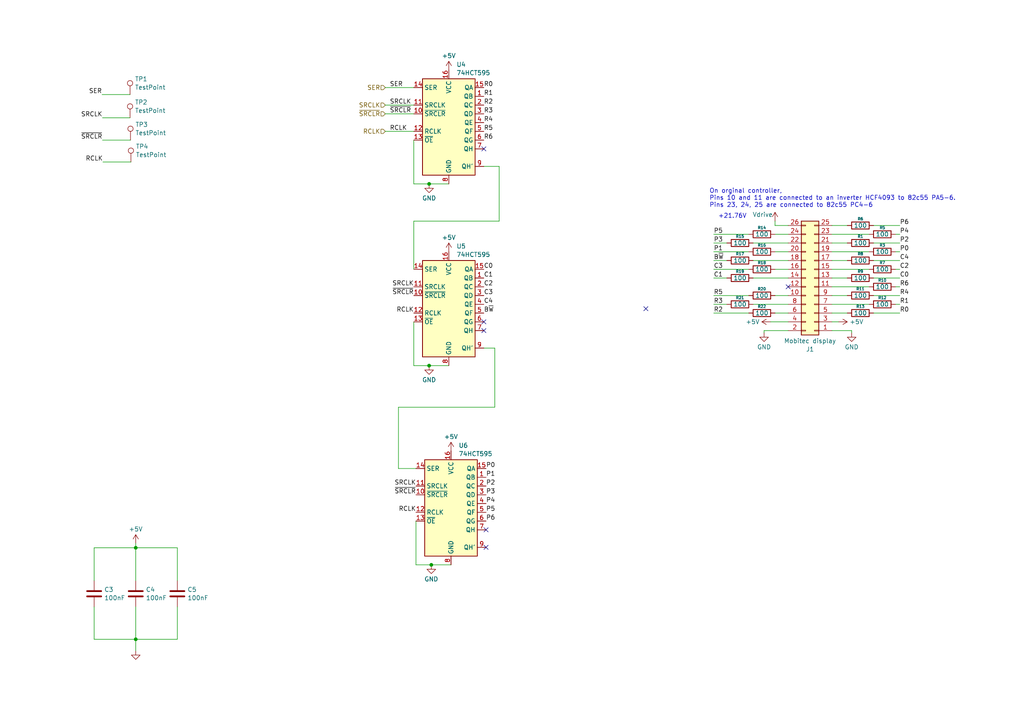
<source format=kicad_sch>
(kicad_sch (version 20230121) (generator eeschema)
  (paper "A4")
  (title_block (title "Panel outputs"))
  (lib_symbols
    (symbol "+5V_2" (power) (pin_names (offset 0))
      (property "Value" "+5V_2" (at 0 3.556 0))
      (symbol "+5V_2_0_1"
        (polyline (pts (xy -0.762 1.27) (xy 0 2.54)))
        (polyline (pts (xy 0 0) (xy 0 2.54)))
        (polyline (pts (xy 0 2.54) (xy 0.762 1.27)))
      )
      (symbol "+5V_2_1_1"
        (pin power_in line (at 0 0 90) (length 0) hide (name "+5V") (number "1"))
      )
    )
    (symbol "+5V_3" (power) (pin_names (offset 0))
      (property "Value" "+5V_3" (at 0 3.556 0))
      (symbol "+5V_3_0_1"
        (polyline (pts (xy -0.762 1.27) (xy 0 2.54)))
        (polyline (pts (xy 0 0) (xy 0 2.54)))
        (polyline (pts (xy 0 2.54) (xy 0.762 1.27)))
      )
      (symbol "+5V_3_1_1"
        (pin power_in line (at 0 0 90) (length 0) hide (name "+5V") (number "1"))
      )
    )
    (symbol "+5V_4" (power) (pin_names (offset 0))
      (property "Value" "+5V_4" (at 0 3.556 0))
      (symbol "+5V_4_0_1"
        (polyline (pts (xy -0.762 1.27) (xy 0 2.54)))
        (polyline (pts (xy 0 0) (xy 0 2.54)))
        (polyline (pts (xy 0 2.54) (xy 0.762 1.27)))
      )
      (symbol "+5V_4_1_1"
        (pin power_in line (at 0 0 90) (length 0) hide (name "+5V") (number "1"))
      )
    )
    (symbol "74xx:74HC595"
      (property "Reference" "U" (at -7.62 13.97 0))
      (property "Value" "74HC595" (at -7.62 -16.51 0))
      (symbol "74HC595_1_0"
        (pin tri_state line (at 10.16 7.62 180) (length 2.54) (name "QB") (number "1"))
        (pin input line (at -10.16 2.54 0) (length 2.54) (name "~{SRCLR}") (number "10"))
        (pin input line (at -10.16 5.08 0) (length 2.54) (name "SRCLK") (number "11"))
        (pin input line (at -10.16 -2.54 0) (length 2.54) (name "RCLK") (number "12"))
        (pin input line (at -10.16 -5.08 0) (length 2.54) (name "~{OE}") (number "13"))
        (pin input line (at -10.16 10.16 0) (length 2.54) (name "SER") (number "14"))
        (pin tri_state line (at 10.16 10.16 180) (length 2.54) (name "QA") (number "15"))
        (pin power_in line (at 0 15.24 270) (length 2.54) (name "VCC") (number "16"))
        (pin tri_state line (at 10.16 5.08 180) (length 2.54) (name "QC") (number "2"))
        (pin tri_state line (at 10.16 2.54 180) (length 2.54) (name "QD") (number "3"))
        (pin tri_state line (at 10.16 0 180) (length 2.54) (name "QE") (number "4"))
        (pin tri_state line (at 10.16 -2.54 180) (length 2.54) (name "QF") (number "5"))
        (pin tri_state line (at 10.16 -5.08 180) (length 2.54) (name "QG") (number "6"))
        (pin tri_state line (at 10.16 -7.62 180) (length 2.54) (name "QH") (number "7"))
        (pin power_in line (at 0 -17.78 90) (length 2.54) (name "GND") (number "8"))
        (pin output line (at 10.16 -12.7 180) (length 2.54) (name "QH'") (number "9"))
      )
      (symbol "74HC595_1_1"
        (rectangle (start -7.62 12.7) (end 7.62 -15.24) (stroke (width 0.254)) (fill (type background)))
      )
    )
    (symbol "Connector:TestPoint" (pin_numbers hide) (pin_names (offset 0.762) hide)
      (property "Reference" "TP" (at 0 6.858 0))
      (property "Value" "TestPoint" (at 0 5.08 0))
      (symbol "TestPoint_0_1"
        (circle (center 0 3.302) (radius 0.762))
      )
      (symbol "TestPoint_1_1"
        (pin passive line (at 0 0 90) (length 2.54) (name "1") (number "1"))
      )
    )
    (symbol "Connector_Generic:Conn_02x13_Odd_Even" (pin_names (offset 1.016) hide)
      (property "Reference" "J" (at 1.27 17.78 0))
      (property "Value" "Conn_02x13_Odd_Even" (at 1.27 -17.78 0))
      (symbol "Conn_02x13_Odd_Even_1_1"
        (rectangle (start -1.27 -15.113) (end 0 -15.367) (stroke (width 0.1524)))
        (rectangle (start -1.27 -12.573) (end 0 -12.827) (stroke (width 0.1524)))
        (rectangle (start -1.27 -10.033) (end 0 -10.287) (stroke (width 0.1524)))
        (rectangle (start -1.27 -7.493) (end 0 -7.747) (stroke (width 0.1524)))
        (rectangle (start -1.27 -4.953) (end 0 -5.207) (stroke (width 0.1524)))
        (rectangle (start -1.27 -2.413) (end 0 -2.667) (stroke (width 0.1524)))
        (rectangle (start -1.27 0.127) (end 0 -0.127) (stroke (width 0.1524)))
        (rectangle (start -1.27 2.667) (end 0 2.413) (stroke (width 0.1524)))
        (rectangle (start -1.27 5.207) (end 0 4.953) (stroke (width 0.1524)))
        (rectangle (start -1.27 7.747) (end 0 7.493) (stroke (width 0.1524)))
        (rectangle (start -1.27 10.287) (end 0 10.033) (stroke (width 0.1524)))
        (rectangle (start -1.27 12.827) (end 0 12.573) (stroke (width 0.1524)))
        (rectangle (start -1.27 15.367) (end 0 15.113) (stroke (width 0.1524)))
        (rectangle (start -1.27 16.51) (end 3.81 -16.51) (stroke (width 0.254)) (fill (type background)))
        (rectangle (start 3.81 -15.113) (end 2.54 -15.367) (stroke (width 0.1524)))
        (rectangle (start 3.81 -12.573) (end 2.54 -12.827) (stroke (width 0.1524)))
        (rectangle (start 3.81 -10.033) (end 2.54 -10.287) (stroke (width 0.1524)))
        (rectangle (start 3.81 -7.493) (end 2.54 -7.747) (stroke (width 0.1524)))
        (rectangle (start 3.81 -4.953) (end 2.54 -5.207) (stroke (width 0.1524)))
        (rectangle (start 3.81 -2.413) (end 2.54 -2.667) (stroke (width 0.1524)))
        (rectangle (start 3.81 0.127) (end 2.54 -0.127) (stroke (width 0.1524)))
        (rectangle (start 3.81 2.667) (end 2.54 2.413) (stroke (width 0.1524)))
        (rectangle (start 3.81 5.207) (end 2.54 4.953) (stroke (width 0.1524)))
        (rectangle (start 3.81 7.747) (end 2.54 7.493) (stroke (width 0.1524)))
        (rectangle (start 3.81 10.287) (end 2.54 10.033) (stroke (width 0.1524)))
        (rectangle (start 3.81 12.827) (end 2.54 12.573) (stroke (width 0.1524)))
        (rectangle (start 3.81 15.367) (end 2.54 15.113) (stroke (width 0.1524)))
        (pin passive line (at -5.08 15.24 0) (length 3.81) (name "Pin_1") (number "1"))
        (pin passive line (at 7.62 5.08 180) (length 3.81) (name "Pin_10") (number "10"))
        (pin passive line (at -5.08 2.54 0) (length 3.81) (name "Pin_11") (number "11"))
        (pin passive line (at 7.62 2.54 180) (length 3.81) (name "Pin_12") (number "12"))
        (pin passive line (at -5.08 0 0) (length 3.81) (name "Pin_13") (number "13"))
        (pin passive line (at 7.62 0 180) (length 3.81) (name "Pin_14") (number "14"))
        (pin passive line (at -5.08 -2.54 0) (length 3.81) (name "Pin_15") (number "15"))
        (pin passive line (at 7.62 -2.54 180) (length 3.81) (name "Pin_16") (number "16"))
        (pin passive line (at -5.08 -5.08 0) (length 3.81) (name "Pin_17") (number "17"))
        (pin passive line (at 7.62 -5.08 180) (length 3.81) (name "Pin_18") (number "18"))
        (pin passive line (at -5.08 -7.62 0) (length 3.81) (name "Pin_19") (number "19"))
        (pin passive line (at 7.62 15.24 180) (length 3.81) (name "Pin_2") (number "2"))
        (pin passive line (at 7.62 -7.62 180) (length 3.81) (name "Pin_20") (number "20"))
        (pin passive line (at -5.08 -10.16 0) (length 3.81) (name "Pin_21") (number "21"))
        (pin passive line (at 7.62 -10.16 180) (length 3.81) (name "Pin_22") (number "22"))
        (pin passive line (at -5.08 -12.7 0) (length 3.81) (name "Pin_23") (number "23"))
        (pin passive line (at 7.62 -12.7 180) (length 3.81) (name "Pin_24") (number "24"))
        (pin passive line (at -5.08 -15.24 0) (length 3.81) (name "Pin_25") (number "25"))
        (pin passive line (at 7.62 -15.24 180) (length 3.81) (name "Pin_26") (number "26"))
        (pin passive line (at -5.08 12.7 0) (length 3.81) (name "Pin_3") (number "3"))
        (pin passive line (at 7.62 12.7 180) (length 3.81) (name "Pin_4") (number "4"))
        (pin passive line (at -5.08 10.16 0) (length 3.81) (name "Pin_5") (number "5"))
        (pin passive line (at 7.62 10.16 180) (length 3.81) (name "Pin_6") (number "6"))
        (pin passive line (at -5.08 7.62 0) (length 3.81) (name "Pin_7") (number "7"))
        (pin passive line (at 7.62 7.62 180) (length 3.81) (name "Pin_8") (number "8"))
        (pin passive line (at -5.08 5.08 0) (length 3.81) (name "Pin_9") (number "9"))
      )
    )
    (symbol "Device:C" (pin_numbers hide) (pin_names (offset 0.254))
      (property "Reference" "C" (at 0.635 2.54 0))
      (property "Value" "C" (at 0.635 -2.54 0))
      (symbol "C_0_1"
        (polyline (pts (xy -2.032 -0.762) (xy 2.032 -0.762)) (stroke (width 0.508)))
        (polyline (pts (xy -2.032 0.762) (xy 2.032 0.762)) (stroke (width 0.508)))
      )
      (symbol "C_1_1"
        (pin passive line (at 0 3.81 270) (length 2.794) (name "~") (number "1"))
        (pin passive line (at 0 -3.81 90) (length 2.794) (name "~") (number "2"))
      )
    )
    (symbol "Device:R" (pin_numbers hide) (pin_names (offset 0))
      (property "Reference" "R" (at 2.032 0 90))
      (property "Value" "R" (at 0 0 90))
      (symbol "R_0_1"
        (rectangle (start -1.016 -2.54) (end 1.016 2.54) (stroke (width 0.254)))
      )
      (symbol "R_1_1"
        (pin passive line (at 0 3.81 270) (length 1.27) (name "~") (number "1"))
        (pin passive line (at 0 -3.81 90) (length 1.27) (name "~") (number "2"))
      )
    )
    (symbol "GND_4" (power) (pin_names (offset 0))
      (property "Value" "GND_4" (at 0 -3.81 0))
      (symbol "GND_4_0_1"
        (polyline (pts (xy 0 0) (xy 0 -1.27) (xy 1.27 -1.27) (xy 0 -2.54) (xy -1.27 -1.27) (xy 0 -1.27)))
      )
      (symbol "GND_4_1_1"
        (pin power_in line (at 0 0 270) (length 0) hide (name "GND") (number "1"))
      )
    )
    (symbol "GND_7" (power) (pin_names (offset 0))
      (property "Value" "GND_7" (at 0 -3.81 0))
      (symbol "GND_7_0_1"
        (polyline (pts (xy 0 0) (xy 0 -1.27) (xy 1.27 -1.27) (xy 0 -2.54) (xy -1.27 -1.27) (xy 0 -1.27)))
      )
      (symbol "GND_7_1_1"
        (pin power_in line (at 0 0 270) (length 0) hide (name "GND") (number "1"))
      )
    )
    (symbol "power:GND" (power) (pin_names (offset 0))
      (property "Value" "GND" (at 0 -3.81 0))
      (symbol "GND_0_1"
        (polyline (pts (xy 0 0) (xy 0 -1.27) (xy 1.27 -1.27) (xy 0 -2.54) (xy -1.27 -1.27) (xy 0 -1.27)))
      )
      (symbol "GND_1_1"
        (pin power_in line (at 0 0 270) (length 0) hide (name "GND") (number "1"))
      )
    )
    (symbol "power:Vdrive" (power) (pin_names (offset 0))
      (property "Value" "Vdrive" (at 0 3.81 0))
      (symbol "Vdrive_0_1"
        (polyline (pts (xy -0.762 1.27) (xy 0 2.54)))
        (polyline (pts (xy 0 0) (xy 0 2.54)))
        (polyline (pts (xy 0 2.54) (xy 0.762 1.27)))
      )
      (symbol "Vdrive_1_1"
        (pin power_in line (at 0 0 90) (length 0) hide (name "Vdrive") (number "1"))
      )
    )
  )
  (junction (at 124.46 53.34))
  (junction (at 39.37 158.877))
  (junction (at 124.46 106.045))
  (junction (at 125.095 163.83))
  (junction (at 39.37 185.42))
  (no_connect (at 140.335 95.885))
  (no_connect (at 140.97 158.75))
  (no_connect (at 140.335 93.345))
  (no_connect (at 228.6 83.185))
  (no_connect (at 187.325 89.535))
  (no_connect (at 140.335 43.18))
  (no_connect (at 140.97 153.67))
  (wire (pts (xy 253.365 65.405) (xy 260.985 65.405)))
  (wire (pts (xy 228.6 95.885) (xy 221.615 95.885)))
  (wire (pts (xy 39.37 158.877) (xy 39.37 168.402)))
  (wire (pts (xy 224.79 65.405) (xy 228.6 65.405)))
  (wire (pts (xy 241.3 78.105) (xy 252.095 78.105)))
  (wire (pts (xy 241.3 83.185) (xy 252.095 83.185)))
  (wire (pts (xy 207.01 70.485) (xy 210.82 70.485)))
  (wire (pts (xy 241.3 80.645) (xy 245.745 80.645)))
  (wire (pts (xy 224.79 78.105) (xy 228.6 78.105)))
  (wire (pts (xy 143.51 100.965) (xy 143.51 118.11)))
  (wire (pts (xy 207.01 90.805) (xy 217.17 90.805)))
  (wire (pts (xy 39.37 188.722) (xy 39.37 185.42)))
  (wire (pts (xy 120.015 40.64) (xy 120.015 53.34)))
  (wire (pts (xy 143.51 118.11) (xy 115.57 118.11)))
  (wire (pts (xy 207.01 67.945) (xy 217.17 67.945)))
  (wire (pts (xy 207.01 88.265) (xy 210.82 88.265)))
  (wire (pts (xy 111.76 25.4) (xy 120.015 25.4)))
  (wire (pts (xy 124.46 53.34) (xy 130.175 53.34)))
  (wire (pts (xy 120.65 163.83) (xy 125.095 163.83)))
  (wire (pts (xy 27.305 158.877) (xy 39.37 158.877)))
  (wire (pts (xy 241.3 85.725) (xy 245.745 85.725)))
  (wire (pts (xy 241.3 67.945) (xy 252.095 67.945)))
  (wire (pts (xy 218.44 88.265) (xy 228.6 88.265)))
  (wire (pts (xy 241.3 88.265) (xy 252.095 88.265)))
  (wire (pts (xy 120.015 64.135) (xy 144.78 64.135)))
  (wire (pts (xy 39.37 158.877) (xy 51.435 158.877)))
  (wire (pts (xy 115.57 118.11) (xy 115.57 135.89)))
  (wire (pts (xy 241.3 65.405) (xy 245.745 65.405)))
  (wire (pts (xy 259.715 78.105) (xy 260.985 78.105)))
  (wire (pts (xy 241.3 90.805) (xy 245.745 90.805)))
  (wire (pts (xy 120.015 78.105) (xy 120.015 64.135)))
  (wire (pts (xy 253.365 70.485) (xy 260.985 70.485)))
  (wire (pts (xy 241.3 93.345) (xy 243.205 93.345)))
  (wire (pts (xy 207.01 75.565) (xy 210.82 75.565)))
  (wire (pts (xy 120.015 106.045) (xy 124.46 106.045)))
  (wire (pts (xy 207.01 85.725) (xy 217.17 85.725)))
  (wire (pts (xy 111.76 30.48) (xy 120.015 30.48)))
  (wire (pts (xy 144.78 48.26) (xy 140.335 48.26)))
  (wire (pts (xy 247.015 95.885) (xy 247.015 96.52)))
  (wire (pts (xy 241.3 95.885) (xy 247.015 95.885)))
  (wire (pts (xy 253.365 85.725) (xy 260.985 85.725)))
  (wire (pts (xy 120.015 53.34) (xy 124.46 53.34)))
  (wire (pts (xy 253.365 90.805) (xy 260.985 90.805)))
  (wire (pts (xy 120.65 151.13) (xy 120.65 163.83)))
  (wire (pts (xy 207.01 73.025) (xy 217.17 73.025)))
  (wire (pts (xy 207.01 80.645) (xy 210.82 80.645)))
  (wire (pts (xy 259.715 67.945) (xy 260.985 67.945)))
  (wire (pts (xy 115.57 135.89) (xy 120.65 135.89)))
  (wire (pts (xy 224.79 67.945) (xy 228.6 67.945)))
  (wire (pts (xy 224.79 85.725) (xy 228.6 85.725)))
  (wire (pts (xy 259.715 83.185) (xy 260.985 83.185)))
  (wire (pts (xy 120.015 93.345) (xy 120.015 106.045)))
  (wire (pts (xy 241.3 73.025) (xy 252.095 73.025)))
  (wire (pts (xy 224.79 64.135) (xy 224.79 65.405)))
  (wire (pts (xy 29.845 46.99) (xy 37.973 46.99)))
  (wire (pts (xy 259.715 73.025) (xy 260.985 73.025)))
  (wire (pts (xy 27.305 158.877) (xy 27.305 168.402)))
  (wire (pts (xy 241.3 70.485) (xy 245.745 70.485)))
  (wire (pts (xy 259.715 88.265) (xy 260.985 88.265)))
  (wire (pts (xy 224.79 90.805) (xy 228.6 90.805)))
  (wire (pts (xy 29.718 34.163) (xy 37.719 34.163)))
  (wire (pts (xy 29.591 27.432) (xy 37.719 27.432)))
  (wire (pts (xy 140.335 100.965) (xy 143.51 100.965)))
  (wire (pts (xy 27.305 185.42) (xy 39.37 185.42)))
  (wire (pts (xy 39.37 158.877) (xy 39.37 157.607)))
  (wire (pts (xy 223.52 93.345) (xy 228.6 93.345)))
  (wire (pts (xy 221.615 95.885) (xy 221.615 96.52)))
  (wire (pts (xy 111.76 33.02) (xy 120.015 33.02)))
  (wire (pts (xy 218.44 80.645) (xy 228.6 80.645)))
  (wire (pts (xy 253.365 75.565) (xy 260.985 75.565)))
  (wire (pts (xy 218.44 75.565) (xy 228.6 75.565)))
  (wire (pts (xy 144.78 64.135) (xy 144.78 48.26)))
  (wire (pts (xy 51.435 158.877) (xy 51.435 168.402)))
  (wire (pts (xy 27.305 176.022) (xy 27.305 185.42)))
  (wire (pts (xy 253.365 80.645) (xy 260.985 80.645)))
  (wire (pts (xy 124.46 106.045) (xy 130.175 106.045)))
  (wire (pts (xy 207.01 78.105) (xy 217.17 78.105)))
  (wire (pts (xy 39.37 176.022) (xy 39.37 185.42)))
  (wire (pts (xy 51.435 176.022) (xy 51.435 185.42)))
  (wire (pts (xy 218.44 70.485) (xy 228.6 70.485)))
  (wire (pts (xy 111.76 38.1) (xy 120.015 38.1)))
  (wire (pts (xy 51.435 185.42) (xy 39.37 185.42)))
  (wire (pts (xy 224.79 73.025) (xy 228.6 73.025)))
  (wire (pts (xy 29.718 40.64) (xy 37.846 40.64)))
  (wire (pts (xy 125.095 163.83) (xy 130.81 163.83)))
  (wire (pts (xy 241.3 75.565) (xy 245.745 75.565)))
  (text "On orginal controller,\nPins 10 and 11 are connected to an inverter HCF4093 to 82c55 PA5-6.\nPins 23, 24, 25 are connected to 82c55 PC4-6" (at 205.74 60.325 0) (effects (font (size 1.27 1.27)) (justify left bottom)))
  (text "+21.76V" (at 208.28 63.5 0) (effects (font (size 1.27 1.27)) (justify left bottom)))
  (label "SER" (at 113.03 25.4 0))
  (label "R5" (at 140.335 38.1 0))
  (label "C3" (at 207.01 78.105 0))
  (label "C3" (at 140.335 85.725 0))
  (label "SER" (at 29.591 27.432 180))
  (label "P1" (at 140.97 138.43 0))
  (label "B~{W}" (at 140.335 90.805 0))
  (label "SRCLK" (at 29.718 34.163 180))
  (label "RCLK" (at 29.845 46.99 180))
  (label "P6" (at 260.985 65.405 0))
  (label "R1" (at 140.335 27.94 0))
  (label "C2" (at 140.335 83.185 0))
  (label "R0" (at 260.985 90.805 0))
  (label "R4" (at 140.335 35.56 0))
  (label "P3" (at 140.97 143.51 0))
  (label "P5" (at 207.01 67.945 0))
  (label "P2" (at 140.97 140.97 0))
  (label "B~{W}" (at 207.01 75.565 0))
  (label "SRCLK" (at 113.03 30.48 0))
  (label "P4" (at 260.985 67.945 0))
  (label "R3" (at 140.335 33.02 0))
  (label "P5" (at 140.97 148.59 0))
  (label "C2" (at 260.985 78.105 0))
  (label "C1" (at 207.01 80.645 0))
  (label "R6" (at 140.335 40.64 0))
  (label "RCLK" (at 113.03 38.1 0))
  (label "P4" (at 140.97 146.05 0))
  (label "R2" (at 207.01 90.805 0))
  (label "~{SRCLR}" (at 113.03 33.02 0))
  (label "P3" (at 207.01 70.485 0))
  (label "C1" (at 140.335 80.645 0))
  (label "R1" (at 260.985 88.265 0))
  (label "R6" (at 260.985 83.185 0))
  (label "P1" (at 207.01 73.025 0))
  (label "C4" (at 260.985 75.565 0))
  (label "C0" (at 260.985 80.645 0))
  (label "R4" (at 260.985 85.725 0))
  (label "SRCLK" (at 120.65 140.97 180))
  (label "R5" (at 207.01 85.725 0))
  (label "P0" (at 140.97 135.89 0))
  (label "SRCLK" (at 120.015 83.185 180))
  (label "~{SRCLR}" (at 120.65 143.51 180))
  (label "~{SRCLR}" (at 29.718 40.64 180))
  (label "P2" (at 260.985 70.485 0))
  (label "~{SRCLR}" (at 120.015 85.725 180))
  (label "P0" (at 260.985 73.025 0))
  (label "RCLK" (at 120.65 148.59 180))
  (label "RCLK" (at 120.015 90.805 180))
  (label "C0" (at 140.335 78.105 0))
  (label "R3" (at 207.01 88.265 0))
  (label "C4" (at 140.335 88.265 0))
  (label "R0" (at 140.335 25.4 0))
  (label "R2" (at 140.335 30.48 0))
  (label "P6" (at 140.97 151.13 0))
  (hierarchical_label "RCLK" (shape input) (at 111.76 38.1 180))
  (hierarchical_label "SRCLK" (shape input) (at 111.76 30.48 180))
  (hierarchical_label "SER" (shape input) (at 111.76 25.4 180))
  (hierarchical_label "~{SRCLR}" (shape input) (at 111.76 33.02 180))
  (symbol (lib_id "Device:R") (at 249.555 90.805 90) (unit 1)
    (property "Reference" "R13" (at 249.555 88.9 90) (effects (font (size 0.8 0.8))))
    (property "Value" "100" (at 249.555 90.805 90))
    (property "Footprint" "Resistor_SMD:R_0603_1608Metric" (effects hide))
    (property "LCSC" "C22775" (effects hide))
    (instances (project "ESP32-S3_flipdot" (path "" (reference "R13") (unit 1)) (path "" (reference "R21") (unit 1))))
  )
  (symbol (lib_id "Device:C") (at 39.37 172.212 0) (unit 1)
    (property "Reference" "C4" (at 42.291 170.9999 0) (effects (justify left)))
    (property "Value" "100nF" (at 42.291 173.4241 0) (effects (justify left)))
    (property "Footprint" "Capacitor_SMD:C_0603_1608Metric" (effects hide))
    (property "LCSC" "C66501" (effects hide))
    (property "Voltage" "16V" (effects hide))
    (instances (project "ESP32-S3_flipdot" (path "" (reference "C4") (unit 1)) (path "" (reference "C10") (unit 1))))
  )
  (symbol (lib_id "Device:R") (at 214.63 80.645 90) (unit 1)
    (property "Reference" "R19" (at 214.63 78.74 90) (effects (font (size 0.8 0.8))))
    (property "Value" "100" (at 214.63 80.645 90))
    (property "Footprint" "Resistor_SMD:R_0603_1608Metric" (effects hide))
    (property "LCSC" "C22775" (effects hide))
    (instances (project "ESP32-S3_flipdot" (path "" (reference "R19") (unit 1)) (path "" (reference "R9") (unit 1))))
  )
  (symbol (lib_name "+5V_3") (lib_id "power:+5V") (at 223.52 93.345 90) (unit 1)
    (property "Reference" "#PWR017" (effects hide))
    (property "Value" "+5V" (at 220.3451 93.345 90) (effects (justify left)))
    (instances (project "ESP32-S3_flipdot" (path "" (reference "#PWR017") (unit 1)) (path "" (reference "#PWR030") (unit 1))))
  )
  (symbol (lib_name "GND_4") (lib_id "power:GND") (at 39.37 188.722 0) (unit 1)
    (property "Reference" "#PWR011" (effects hide))
    (property "Value" "GND" (effects hide))
    (instances (project "ESP32-S3_flipdot" (path "" (reference "#PWR011") (unit 1)) (path "" (reference "#PWR022") (unit 1))))
  )
  (symbol (lib_name "+5V_2") (lib_id "power:+5V") (at 130.81 130.81 0) (unit 1)
    (property "Reference" "#PWR08" (effects hide))
    (property "Value" "+5V" (at 130.81 126.6769 0))
    (instances (project "ESP32-S3_flipdot" (path "" (reference "#PWR08") (unit 1)) (path "" (reference "#PWR028") (unit 1))))
  )
  (symbol (lib_name "+5V_2") (lib_id "power:+5V") (at 39.37 157.607 0) (unit 1)
    (property "Reference" "#PWR08" (effects hide))
    (property "Value" "+5V" (at 39.37 153.4739 0))
    (instances (project "ESP32-S3_flipdot" (path "" (reference "#PWR08") (unit 1)) (path "" (reference "#PWR021") (unit 1))))
  )
  (symbol (lib_name "GND_7") (lib_id "power:GND") (at 247.015 96.52 0) (unit 1)
    (property "Reference" "#PWR015" (effects hide))
    (property "Value" "GND" (at 247.015 100.6531 0))
    (instances (project "ESP32-S3_flipdot" (path "" (reference "#PWR015") (unit 1)) (path "" (reference "#PWR033") (unit 1))))
  )
  (symbol (lib_id "Device:R") (at 214.63 88.265 90) (unit 1)
    (property "Reference" "R21" (at 214.63 86.36 90) (effects (font (size 0.8 0.8))))
    (property "Value" "100" (at 214.63 88.265 90))
    (property "Footprint" "Resistor_SMD:R_0603_1608Metric" (effects hide))
    (property "LCSC" "C22775" (effects hide))
    (instances (project "ESP32-S3_flipdot" (path "" (reference "R21") (unit 1)) (path "" (reference "R10") (unit 1))))
  )
  (symbol (lib_id "Device:C") (at 51.435 172.212 0) (unit 1)
    (property "Reference" "C5" (at 54.356 170.9999 0) (effects (justify left)))
    (property "Value" "100nF" (at 54.356 173.4241 0) (effects (justify left)))
    (property "Footprint" "Capacitor_SMD:C_0603_1608Metric" (effects hide))
    (property "LCSC" "C66501" (effects hide))
    (property "Voltage" "16V" (effects hide))
    (instances (project "ESP32-S3_flipdot" (path "" (reference "C5") (unit 1)) (path "" (reference "C11") (unit 1))))
  )
  (symbol (lib_id "power:GND") (at 125.095 163.83 0) (unit 1)
    (property "Reference" "#PWR025" (effects hide))
    (property "Value" "GND" (at 125.095 167.9631 0))
  )
  (symbol (lib_id "Device:R") (at 249.555 85.725 90) (unit 1)
    (property "Reference" "R11" (at 249.555 83.82 90) (effects (font (size 0.8 0.8))))
    (property "Value" "100" (at 249.555 85.725 90))
    (property "Footprint" "Resistor_SMD:R_0603_1608Metric" (effects hide))
    (property "LCSC" "C22775" (effects hide))
    (instances (project "ESP32-S3_flipdot" (path "" (reference "R11") (unit 1)) (path "" (reference "R20") (unit 1))))
  )
  (symbol (lib_id "Device:R") (at 220.98 73.025 90) (unit 1)
    (property "Reference" "R16" (at 220.98 71.12 90) (effects (font (size 0.8 0.8))))
    (property "Value" "100" (at 220.98 73.025 90))
    (property "Footprint" "Resistor_SMD:R_0603_1608Metric" (effects hide))
    (property "LCSC" "C22775" (effects hide))
    (instances (project "ESP32-S3_flipdot" (path "" (reference "R16") (unit 1)) (path "" (reference "R12") (unit 1))))
  )
  (symbol (lib_id "Device:R") (at 249.555 75.565 90) (unit 1)
    (property "Reference" "R8" (at 249.555 73.66 90) (effects (font (size 0.8 0.8))))
    (property "Value" "100" (at 249.555 75.565 90))
    (property "Footprint" "Resistor_SMD:R_0603_1608Metric" (effects hide))
    (property "LCSC" "C22775" (effects hide))
    (instances (project "ESP32-S3_flipdot" (path "" (reference "R8") (unit 1)) (path "" (reference "R18") (unit 1))))
  )
  (symbol (lib_id "74xx:74HC595") (at 130.175 88.265 0) (unit 1)
    (property "Reference" "U5" (at 132.3691 71.4207 0) (effects (justify left)))
    (property "Value" "74HCT595" (at 132.3691 73.8449 0) (effects (justify left)))
    (property "Footprint" "Package_SO:TSSOP-16_4.4x5mm_P0.65mm" (effects hide))
    (property "Datasheet" "http://www.ti.com/lit/ds/symlink/sn74hc595.pdf" (effects hide))
    (property "LCSC" "C99710" (effects hide))
  )
  (symbol (lib_id "Device:R") (at 255.905 67.945 90) (unit 1)
    (property "Reference" "R5" (at 255.905 66.04 90) (effects (font (size 0.8 0.8))))
    (property "Value" "100" (at 255.905 67.945 90))
    (property "Footprint" "Resistor_SMD:R_0603_1608Metric" (effects hide))
    (property "LCSC" "C22775" (effects hide))
    (instances (project "ESP32-S3_flipdot" (path "" (reference "R5") (unit 1)) (path "" (reference "R22") (unit 1))))
  )
  (symbol (lib_id "Connector:TestPoint") (at 37.719 34.163 0) (unit 1)
    (property "Reference" "TP2" (at 39.116 29.6489 0) (effects (justify left)))
    (property "Value" "TestPoint" (at 39.116 32.0731 0) (effects (justify left)))
    (property "Footprint" "TestPoint:TestPoint_Pad_1.5x1.5mm" (effects hide))
  )
  (symbol (lib_id "Device:R") (at 220.98 90.805 90) (unit 1)
    (property "Reference" "R22" (at 220.98 88.9 90) (effects (font (size 0.8 0.8))))
    (property "Value" "100" (at 220.98 90.805 90))
    (property "Footprint" "Resistor_SMD:R_0603_1608Metric" (effects hide))
    (property "LCSC" "C22775" (effects hide))
    (instances (project "ESP32-S3_flipdot" (path "" (reference "R22") (unit 1)) (path "" (reference "R15") (unit 1))))
  )
  (symbol (lib_id "Connector:TestPoint") (at 37.846 40.64 0) (unit 1)
    (property "Reference" "TP3" (at 39.243 36.1259 0) (effects (justify left)))
    (property "Value" "TestPoint" (at 39.243 38.5501 0) (effects (justify left)))
    (property "Footprint" "TestPoint:TestPoint_Pad_1.5x1.5mm" (effects hide))
  )
  (symbol (lib_name "+5V_2") (lib_id "power:+5V") (at 130.175 73.025 0) (unit 1)
    (property "Reference" "#PWR08" (effects hide))
    (property "Value" "+5V" (at 130.175 68.8919 0))
    (instances (project "ESP32-S3_flipdot" (path "" (reference "#PWR08") (unit 1)) (path "" (reference "#PWR027") (unit 1))))
  )
  (symbol (lib_id "Device:R") (at 249.555 65.405 90) (unit 1)
    (property "Reference" "R6" (at 249.555 63.5 90) (effects (font (size 0.8 0.8))))
    (property "Value" "100" (at 249.555 65.405 90))
    (property "Footprint" "Resistor_SMD:R_0603_1608Metric" (effects hide))
    (property "LCSC" "C22775" (effects hide))
    (instances (project "ESP32-S3_flipdot" (path "" (reference "R6") (unit 1)) (path "" (reference "R16") (unit 1))))
  )
  (symbol (lib_id "Device:R") (at 214.63 70.485 90) (unit 1)
    (property "Reference" "R15" (at 214.63 68.58 90) (effects (font (size 0.8 0.8))))
    (property "Value" "100" (at 214.63 70.485 90))
    (property "Footprint" "Resistor_SMD:R_0603_1608Metric" (effects hide))
    (property "LCSC" "C22775" (effects hide))
    (instances (project "ESP32-S3_flipdot" (path "" (reference "R15") (unit 1)) (path "" (reference "R7") (unit 1))))
  )
  (symbol (lib_name "GND_7") (lib_id "power:GND") (at 221.615 96.52 0) (unit 1)
    (property "Reference" "#PWR016" (effects hide))
    (property "Value" "GND" (at 221.615 100.6531 0))
    (instances (project "ESP32-S3_flipdot" (path "" (reference "#PWR016") (unit 1)) (path "" (reference "#PWR029") (unit 1))))
  )
  (symbol (lib_id "Device:R") (at 255.905 88.265 90) (unit 1)
    (property "Reference" "R12" (at 255.905 86.36 90) (effects (font (size 0.8 0.8))))
    (property "Value" "100" (at 255.905 88.265 90))
    (property "Footprint" "Resistor_SMD:R_0603_1608Metric" (effects hide))
    (property "LCSC" "C22775" (effects hide))
    (instances (project "ESP32-S3_flipdot" (path "" (reference "R12") (unit 1)) (path "" (reference "R26") (unit 1))))
  )
  (symbol (lib_id "Device:C") (at 27.305 172.212 0) (unit 1)
    (property "Reference" "C3" (at 30.226 170.9999 0) (effects (justify left)))
    (property "Value" "100nF" (at 30.226 173.4241 0) (effects (justify left)))
    (property "Footprint" "Capacitor_SMD:C_0603_1608Metric" (effects hide))
    (property "LCSC" "C66501" (effects hide))
    (property "Voltage" "16V" (effects hide))
    (instances (project "ESP32-S3_flipdot" (path "" (reference "C3") (unit 1)) (path "" (reference "C9") (unit 1))))
  )
  (symbol (lib_id "Device:R") (at 255.905 73.025 90) (unit 1)
    (property "Reference" "R3" (at 255.905 71.12 90) (effects (font (size 0.8 0.8))))
    (property "Value" "100" (at 255.905 73.025 90))
    (property "Footprint" "Resistor_SMD:R_0603_1608Metric" (effects hide))
    (property "LCSC" "C22775" (effects hide))
    (instances (project "ESP32-S3_flipdot" (path "" (reference "R3") (unit 1)) (path "" (reference "R23") (unit 1))))
  )
  (symbol (lib_id "74xx:74HC595") (at 130.175 35.56 0) (unit 1)
    (property "Reference" "U4" (at 132.3691 18.7157 0) (effects (justify left)))
    (property "Value" "74HCT595" (at 132.3691 21.1399 0) (effects (justify left)))
    (property "Footprint" "Package_SO:TSSOP-16_4.4x5mm_P0.65mm" (effects hide))
    (property "Datasheet" "http://www.ti.com/lit/ds/symlink/sn74hc595.pdf" (effects hide))
    (property "LCSC" "C99710" (effects hide))
  )
  (symbol (lib_id "Connector:TestPoint") (at 37.719 27.432 0) (unit 1)
    (property "Reference" "TP1" (at 39.116 22.9179 0) (effects (justify left)))
    (property "Value" "TestPoint" (at 39.116 25.3421 0) (effects (justify left)))
    (property "Footprint" "TestPoint:TestPoint_Pad_1.5x1.5mm" (effects hide))
  )
  (symbol (lib_id "power:GND") (at 124.46 53.34 0) (unit 1)
    (property "Reference" "#PWR023" (effects hide))
    (property "Value" "GND" (at 124.46 57.4731 0))
  )
  (symbol (lib_name "+5V_2") (lib_id "power:+5V") (at 130.175 20.32 0) (unit 1)
    (property "Reference" "#PWR08" (effects hide))
    (property "Value" "+5V" (at 130.175 16.1869 0))
    (instances (project "ESP32-S3_flipdot" (path "" (reference "#PWR08") (unit 1)) (path "" (reference "#PWR026") (unit 1))))
  )
  (symbol (lib_id "Connector:TestPoint") (at 37.973 46.99 0) (unit 1)
    (property "Reference" "TP4" (at 39.37 42.4759 0) (effects (justify left)))
    (property "Value" "TestPoint" (at 39.37 44.9001 0) (effects (justify left)))
    (property "Footprint" "TestPoint:TestPoint_Pad_1.5x1.5mm" (effects hide))
  )
  (symbol (lib_id "Device:R") (at 249.555 80.645 90) (unit 1)
    (property "Reference" "R9" (at 249.555 78.74 90) (effects (font (size 0.8 0.8))))
    (property "Value" "100" (at 249.555 80.645 90))
    (property "Footprint" "Resistor_SMD:R_0603_1608Metric" (effects hide))
    (property "LCSC" "C22775" (effects hide))
    (instances (project "ESP32-S3_flipdot" (path "" (reference "R9") (unit 1)) (path "" (reference "R19") (unit 1))))
  )
  (symbol (lib_id "Device:R") (at 255.905 78.105 90) (unit 1)
    (property "Reference" "R7" (at 255.905 76.2 90) (effects (font (size 0.8 0.8))))
    (property "Value" "100" (at 255.905 78.105 90))
    (property "Footprint" "Resistor_SMD:R_0603_1608Metric" (effects hide))
    (property "LCSC" "C22775" (effects hide))
    (instances (project "ESP32-S3_flipdot" (path "" (reference "R7") (unit 1)) (path "" (reference "R24") (unit 1))))
  )
  (symbol (lib_id "Device:R") (at 220.98 78.105 90) (unit 1)
    (property "Reference" "R18" (at 220.98 76.2 90) (effects (font (size 0.8 0.8))))
    (property "Value" "100" (at 220.98 78.105 90))
    (property "Footprint" "Resistor_SMD:R_0603_1608Metric" (effects hide))
    (property "LCSC" "C22775" (effects hide))
    (instances (project "ESP32-S3_flipdot" (path "" (reference "R18") (unit 1)) (path "" (reference "R13") (unit 1))))
  )
  (symbol (lib_id "Connector_Generic:Conn_02x13_Odd_Even") (at 236.22 80.645 180) (unit 1)
    (property "Reference" "J1" (at 234.95 101.2993 0))
    (property "Value" "Mobitec display" (at 234.95 98.8751 0))
    (property "Footprint" "Connector_IDC:IDC-Header_2x13_P2.54mm_Latch_Horizontal" (effects hide))
    (property "LCSC" "C2906132" (effects hide))
    (instances (project "ESP32-S3_flipdot" (path "" (reference "J1") (unit 1)) (path "" (reference "J3") (unit 1))))
  )
  (symbol (lib_id "74xx:74HC595") (at 130.81 146.05 0) (unit 1)
    (property "Reference" "U6" (at 133.0041 129.2057 0) (effects (justify left)))
    (property "Value" "74HCT595" (at 133.0041 131.6299 0) (effects (justify left)))
    (property "Footprint" "Package_SO:TSSOP-16_4.4x5mm_P0.65mm" (effects hide))
    (property "Datasheet" "http://www.ti.com/lit/ds/symlink/sn74hc595.pdf" (effects hide))
    (property "LCSC" "C99710" (effects hide))
  )
  (symbol (lib_id "Device:R") (at 220.98 67.945 90) (unit 1)
    (property "Reference" "R14" (at 220.98 66.04 90) (effects (font (size 0.8 0.8))))
    (property "Value" "100" (at 220.98 67.945 90))
    (property "Footprint" "Resistor_SMD:R_0603_1608Metric" (effects hide))
    (property "LCSC" "C22775" (effects hide))
    (instances (project "ESP32-S3_flipdot" (path "" (reference "R14") (unit 1)) (path "" (reference "R11") (unit 1))))
  )
  (symbol (lib_id "power:Vdrive") (at 224.79 64.135 0) (mirror y) (unit 1)
    (property "Reference" "#PWR013" (effects hide))
    (property "Value" "Vdrive" (at 224.155 62.23 0) (effects (justify left)))
    (instances (project "ESP32-S3_flipdot" (path "" (reference "#PWR013") (unit 1)) (path "" (reference "#PWR031") (unit 1))))
  )
  (symbol (lib_id "Device:R") (at 249.555 70.485 90) (unit 1)
    (property "Reference" "R1" (at 249.555 68.58 90) (effects (font (size 0.8 0.8))))
    (property "Value" "100" (at 249.555 70.485 90))
    (property "Footprint" "Resistor_SMD:R_0603_1608Metric" (effects hide))
    (property "LCSC" "C22775" (effects hide))
    (instances (project "ESP32-S3_flipdot" (path "" (reference "R1") (unit 1)) (path "" (reference "R17") (unit 1))))
  )
  (symbol (lib_id "power:GND") (at 124.46 106.045 0) (unit 1)
    (property "Reference" "#PWR024" (effects hide))
    (property "Value" "GND" (at 124.46 110.1781 0))
  )
  (symbol (lib_id "Device:R") (at 220.98 85.725 90) (unit 1)
    (property "Reference" "R20" (at 220.98 83.82 90) (effects (font (size 0.8 0.8))))
    (property "Value" "100" (at 220.98 85.725 90))
    (property "Footprint" "Resistor_SMD:R_0603_1608Metric" (effects hide))
    (property "LCSC" "C22775" (effects hide))
    (instances (project "ESP32-S3_flipdot" (path "" (reference "R20") (unit 1)) (path "" (reference "R14") (unit 1))))
  )
  (symbol (lib_id "Device:R") (at 255.905 83.185 90) (unit 1)
    (property "Reference" "R10" (at 255.905 81.28 90) (effects (font (size 0.8 0.8))))
    (property "Value" "100" (at 255.905 83.185 90))
    (property "Footprint" "Resistor_SMD:R_0603_1608Metric" (effects hide))
    (property "LCSC" "C22775" (effects hide))
    (instances (project "ESP32-S3_flipdot" (path "" (reference "R10") (unit 1)) (path "" (reference "R25") (unit 1))))
  )
  (symbol (lib_name "+5V_4") (lib_id "power:+5V") (at 243.205 93.345 270) (unit 1)
    (property "Reference" "#PWR019" (effects hide))
    (property "Value" "+5V" (at 246.38 93.345 90) (effects (justify left)))
    (instances (project "ESP32-S3_flipdot" (path "" (reference "#PWR019") (unit 1)) (path "" (reference "#PWR032") (unit 1))))
  )
  (symbol (lib_id "Device:R") (at 214.63 75.565 90) (unit 1)
    (property "Reference" "R17" (at 214.63 73.66 90) (effects (font (size 0.8 0.8))))
    (property "Value" "100" (at 214.63 75.565 90))
    (property "Footprint" "Resistor_SMD:R_0603_1608Metric" (effects hide))
    (property "LCSC" "C22775" (effects hide))
    (instances (project "ESP32-S3_flipdot" (path "" (reference "R17") (unit 1)) (path "" (reference "R8") (unit 1))))
  )
)
</source>
